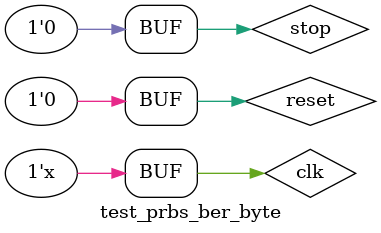
<source format=v>
`timescale 1ns / 1ps


module test_prbs_ber_byte;

	// Inputs
	reg clk;
	reg reset;
	reg stop;

	// Outputs
	wire [31:0] bit_errors;
	wire [7:0] data_prbs;
	wire locked;
	

	reg [7:0] egen;

	// Instantiate the Unit Under Test (UUT)
   prbs15_bytegenerator uut0 (.clk(clk),.reset(reset),.prbs_stream(data_prbs));

	prbs15_byteber uut (
		.clk(clk), 
		.data_in(data_prbs|egen), 
		.reset(reset), 
		.bit_errors(bit_errors), 
		.locked(locked), 
		.stop(stop)
	);

	initial begin
		// Initialize Inputs
		clk = 0;
		reset = 1;
		stop = 0;

		// Wait 100 ns for global reset to finish
		#100;
        
		// Add stimulus here
		reset=0;

	end
	
	reg [3:0] counter;
	always @(posedge clk)
		if (reset) counter<='h0;
		else counter<=counter+'h1;
	
	always @(posedge clk)
	  if (counter==4'd7) egen<=8'd4;
	  else egen<=8'd0;

always begin
   #5;
	clk=~clk;
end
      
endmodule


</source>
